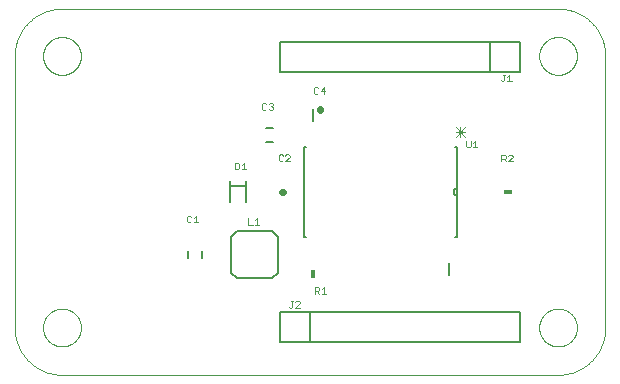
<source format=gto>
G75*
%MOIN*%
%OFA0B0*%
%FSLAX25Y25*%
%IPPOS*%
%LPD*%
%AMOC8*
5,1,8,0,0,1.08239X$1,22.5*
%
%ADD10C,0.00200*%
%ADD11C,0.00600*%
%ADD12C,0.00300*%
%ADD13C,0.02200*%
%ADD14C,0.00500*%
%ADD15C,0.00800*%
%ADD16R,0.01800X0.03000*%
%ADD17C,0.00000*%
%ADD18R,0.03000X0.01800*%
D10*
X0122662Y0056897D02*
X0123029Y0056530D01*
X0123396Y0056530D01*
X0123763Y0056897D01*
X0123763Y0058732D01*
X0123396Y0058732D02*
X0124130Y0058732D01*
X0124872Y0058365D02*
X0125239Y0058732D01*
X0125973Y0058732D01*
X0126340Y0058365D01*
X0126340Y0057998D01*
X0124872Y0056530D01*
X0126340Y0056530D01*
X0131386Y0061233D02*
X0131386Y0063434D01*
X0132487Y0063434D01*
X0132854Y0063067D01*
X0132854Y0062333D01*
X0132487Y0061966D01*
X0131386Y0061966D01*
X0132120Y0061966D02*
X0132854Y0061233D01*
X0133596Y0061233D02*
X0135064Y0061233D01*
X0134330Y0061233D02*
X0134330Y0063434D01*
X0133596Y0062700D01*
X0112914Y0084256D02*
X0111446Y0084256D01*
X0112180Y0084256D02*
X0112180Y0086458D01*
X0111446Y0085724D01*
X0110704Y0084256D02*
X0109237Y0084256D01*
X0109237Y0086458D01*
X0092414Y0085006D02*
X0090946Y0085006D01*
X0091680Y0085006D02*
X0091680Y0087208D01*
X0090946Y0086474D01*
X0090204Y0086841D02*
X0089838Y0087208D01*
X0089104Y0087208D01*
X0088737Y0086841D01*
X0088737Y0085373D01*
X0089104Y0085006D01*
X0089838Y0085006D01*
X0090204Y0085373D01*
X0104713Y0102607D02*
X0105814Y0102607D01*
X0106181Y0102974D01*
X0106181Y0104441D01*
X0105814Y0104808D01*
X0104713Y0104808D01*
X0104713Y0102607D01*
X0106923Y0102607D02*
X0108391Y0102607D01*
X0107657Y0102607D02*
X0107657Y0104808D01*
X0106923Y0104074D01*
X0119260Y0105773D02*
X0119627Y0105406D01*
X0120361Y0105406D01*
X0120728Y0105773D01*
X0121470Y0105406D02*
X0122938Y0106874D01*
X0122938Y0107241D01*
X0122571Y0107608D01*
X0121837Y0107608D01*
X0121470Y0107241D01*
X0120728Y0107241D02*
X0120361Y0107608D01*
X0119627Y0107608D01*
X0119260Y0107241D01*
X0119260Y0105773D01*
X0121470Y0105406D02*
X0122938Y0105406D01*
X0117047Y0122506D02*
X0116313Y0122506D01*
X0115946Y0122873D01*
X0115204Y0122873D02*
X0114838Y0122506D01*
X0114104Y0122506D01*
X0113737Y0122873D01*
X0113737Y0124341D01*
X0114104Y0124708D01*
X0114838Y0124708D01*
X0115204Y0124341D01*
X0115946Y0124341D02*
X0116313Y0124708D01*
X0117047Y0124708D01*
X0117414Y0124341D01*
X0117414Y0123974D01*
X0117047Y0123607D01*
X0117414Y0123240D01*
X0117414Y0122873D01*
X0117047Y0122506D01*
X0117047Y0123607D02*
X0116680Y0123607D01*
X0131087Y0128147D02*
X0131454Y0127780D01*
X0132188Y0127780D01*
X0132555Y0128147D01*
X0133297Y0128881D02*
X0134765Y0128881D01*
X0134398Y0129982D02*
X0133297Y0128881D01*
X0132555Y0129615D02*
X0132188Y0129982D01*
X0131454Y0129982D01*
X0131087Y0129615D01*
X0131087Y0128147D01*
X0134398Y0127780D02*
X0134398Y0129982D01*
X0181831Y0112190D02*
X0181831Y0110355D01*
X0182198Y0109988D01*
X0182932Y0109988D01*
X0183299Y0110355D01*
X0183299Y0112190D01*
X0184041Y0111456D02*
X0184775Y0112190D01*
X0184775Y0109988D01*
X0184041Y0109988D02*
X0185509Y0109988D01*
X0193587Y0107482D02*
X0193587Y0105280D01*
X0193587Y0106014D02*
X0194688Y0106014D01*
X0195055Y0106381D01*
X0195055Y0107115D01*
X0194688Y0107482D01*
X0193587Y0107482D01*
X0194321Y0106014D02*
X0195055Y0105280D01*
X0195797Y0105280D02*
X0197265Y0106748D01*
X0197265Y0107115D01*
X0196898Y0107482D01*
X0196164Y0107482D01*
X0195797Y0107115D01*
X0195797Y0105280D02*
X0197265Y0105280D01*
X0196989Y0131983D02*
X0195521Y0131983D01*
X0196255Y0131983D02*
X0196255Y0134184D01*
X0195521Y0133450D01*
X0194779Y0134184D02*
X0194045Y0134184D01*
X0194412Y0134184D02*
X0194412Y0132350D01*
X0194045Y0131983D01*
X0193678Y0131983D01*
X0193311Y0132350D01*
D11*
X0189772Y0135180D02*
X0189772Y0145180D01*
X0199772Y0145180D01*
X0199772Y0135180D01*
X0189772Y0135180D01*
X0119772Y0135180D01*
X0119772Y0145180D01*
X0189772Y0145180D01*
X0178797Y0110180D02*
X0178097Y0110180D01*
X0178797Y0110180D02*
X0178797Y0096380D01*
X0178797Y0093980D01*
X0178797Y0080180D01*
X0178097Y0080180D01*
X0176197Y0071580D02*
X0176197Y0067580D01*
X0199772Y0055180D02*
X0199772Y0045180D01*
X0129772Y0045180D01*
X0129772Y0055180D01*
X0199772Y0055180D01*
X0178797Y0093980D02*
X0178728Y0093982D01*
X0178660Y0093988D01*
X0178592Y0093998D01*
X0178525Y0094011D01*
X0178459Y0094029D01*
X0178394Y0094050D01*
X0178330Y0094075D01*
X0178268Y0094103D01*
X0178207Y0094135D01*
X0178148Y0094170D01*
X0178092Y0094209D01*
X0178037Y0094251D01*
X0177986Y0094296D01*
X0177936Y0094344D01*
X0177890Y0094394D01*
X0177847Y0094447D01*
X0177806Y0094503D01*
X0177769Y0094560D01*
X0177736Y0094620D01*
X0177705Y0094682D01*
X0177679Y0094745D01*
X0177656Y0094809D01*
X0177636Y0094875D01*
X0177621Y0094942D01*
X0177609Y0095009D01*
X0177601Y0095077D01*
X0177597Y0095146D01*
X0177597Y0095214D01*
X0177601Y0095283D01*
X0177609Y0095351D01*
X0177621Y0095418D01*
X0177636Y0095485D01*
X0177656Y0095551D01*
X0177679Y0095615D01*
X0177705Y0095678D01*
X0177736Y0095740D01*
X0177769Y0095800D01*
X0177806Y0095857D01*
X0177847Y0095913D01*
X0177890Y0095966D01*
X0177936Y0096016D01*
X0177986Y0096064D01*
X0178037Y0096109D01*
X0178092Y0096151D01*
X0178148Y0096190D01*
X0178207Y0096225D01*
X0178268Y0096257D01*
X0178330Y0096285D01*
X0178394Y0096310D01*
X0178459Y0096331D01*
X0178525Y0096349D01*
X0178592Y0096362D01*
X0178660Y0096372D01*
X0178728Y0096378D01*
X0178797Y0096380D01*
X0130897Y0118780D02*
X0130897Y0122780D01*
X0117528Y0116518D02*
X0115165Y0116518D01*
X0115165Y0111794D02*
X0117528Y0111794D01*
X0127597Y0110180D02*
X0127597Y0080180D01*
X0128297Y0080180D01*
X0093709Y0075337D02*
X0093709Y0072975D01*
X0088984Y0072975D02*
X0088984Y0075337D01*
X0119772Y0055180D02*
X0119772Y0045180D01*
X0129772Y0045180D01*
X0129772Y0055180D02*
X0119772Y0055180D01*
X0127597Y0110180D02*
X0128297Y0110180D01*
D12*
X0178331Y0113594D02*
X0181467Y0116730D01*
X0179899Y0116730D02*
X0179899Y0113594D01*
X0181467Y0113594D02*
X0178331Y0116730D01*
X0178331Y0115162D02*
X0181467Y0115162D01*
D13*
X0133197Y0122560D02*
X0133197Y0122800D01*
X0120817Y0095180D02*
X0120577Y0095180D01*
D14*
X0117252Y0082030D02*
X0105441Y0082030D01*
X0103472Y0080062D01*
X0103472Y0068251D01*
X0105441Y0066282D01*
X0117252Y0066282D01*
X0119220Y0068251D01*
X0119220Y0080062D01*
X0117252Y0082030D01*
D15*
X0108256Y0091636D02*
X0108256Y0097148D01*
X0103138Y0097148D01*
X0103138Y0091636D01*
X0103138Y0097148D02*
X0103138Y0098723D01*
X0108256Y0098723D02*
X0108256Y0097148D01*
D16*
X0130697Y0067680D03*
D17*
X0212449Y0034156D02*
X0047094Y0034156D01*
X0040795Y0049904D02*
X0040797Y0050062D01*
X0040803Y0050220D01*
X0040813Y0050378D01*
X0040827Y0050536D01*
X0040845Y0050693D01*
X0040866Y0050850D01*
X0040892Y0051006D01*
X0040922Y0051162D01*
X0040955Y0051317D01*
X0040993Y0051470D01*
X0041034Y0051623D01*
X0041079Y0051775D01*
X0041128Y0051926D01*
X0041181Y0052075D01*
X0041237Y0052223D01*
X0041297Y0052369D01*
X0041361Y0052514D01*
X0041429Y0052657D01*
X0041500Y0052799D01*
X0041574Y0052939D01*
X0041652Y0053076D01*
X0041734Y0053212D01*
X0041818Y0053346D01*
X0041907Y0053477D01*
X0041998Y0053606D01*
X0042093Y0053733D01*
X0042190Y0053858D01*
X0042291Y0053980D01*
X0042395Y0054099D01*
X0042502Y0054216D01*
X0042612Y0054330D01*
X0042725Y0054441D01*
X0042840Y0054550D01*
X0042958Y0054655D01*
X0043079Y0054757D01*
X0043202Y0054857D01*
X0043328Y0054953D01*
X0043456Y0055046D01*
X0043586Y0055136D01*
X0043719Y0055222D01*
X0043854Y0055306D01*
X0043990Y0055385D01*
X0044129Y0055462D01*
X0044270Y0055534D01*
X0044412Y0055604D01*
X0044556Y0055669D01*
X0044702Y0055731D01*
X0044849Y0055789D01*
X0044998Y0055844D01*
X0045148Y0055895D01*
X0045299Y0055942D01*
X0045451Y0055985D01*
X0045604Y0056024D01*
X0045759Y0056060D01*
X0045914Y0056091D01*
X0046070Y0056119D01*
X0046226Y0056143D01*
X0046383Y0056163D01*
X0046541Y0056179D01*
X0046698Y0056191D01*
X0046857Y0056199D01*
X0047015Y0056203D01*
X0047173Y0056203D01*
X0047331Y0056199D01*
X0047490Y0056191D01*
X0047647Y0056179D01*
X0047805Y0056163D01*
X0047962Y0056143D01*
X0048118Y0056119D01*
X0048274Y0056091D01*
X0048429Y0056060D01*
X0048584Y0056024D01*
X0048737Y0055985D01*
X0048889Y0055942D01*
X0049040Y0055895D01*
X0049190Y0055844D01*
X0049339Y0055789D01*
X0049486Y0055731D01*
X0049632Y0055669D01*
X0049776Y0055604D01*
X0049918Y0055534D01*
X0050059Y0055462D01*
X0050198Y0055385D01*
X0050334Y0055306D01*
X0050469Y0055222D01*
X0050602Y0055136D01*
X0050732Y0055046D01*
X0050860Y0054953D01*
X0050986Y0054857D01*
X0051109Y0054757D01*
X0051230Y0054655D01*
X0051348Y0054550D01*
X0051463Y0054441D01*
X0051576Y0054330D01*
X0051686Y0054216D01*
X0051793Y0054099D01*
X0051897Y0053980D01*
X0051998Y0053858D01*
X0052095Y0053733D01*
X0052190Y0053606D01*
X0052281Y0053477D01*
X0052370Y0053346D01*
X0052454Y0053212D01*
X0052536Y0053076D01*
X0052614Y0052939D01*
X0052688Y0052799D01*
X0052759Y0052657D01*
X0052827Y0052514D01*
X0052891Y0052369D01*
X0052951Y0052223D01*
X0053007Y0052075D01*
X0053060Y0051926D01*
X0053109Y0051775D01*
X0053154Y0051623D01*
X0053195Y0051470D01*
X0053233Y0051317D01*
X0053266Y0051162D01*
X0053296Y0051006D01*
X0053322Y0050850D01*
X0053343Y0050693D01*
X0053361Y0050536D01*
X0053375Y0050378D01*
X0053385Y0050220D01*
X0053391Y0050062D01*
X0053393Y0049904D01*
X0053391Y0049746D01*
X0053385Y0049588D01*
X0053375Y0049430D01*
X0053361Y0049272D01*
X0053343Y0049115D01*
X0053322Y0048958D01*
X0053296Y0048802D01*
X0053266Y0048646D01*
X0053233Y0048491D01*
X0053195Y0048338D01*
X0053154Y0048185D01*
X0053109Y0048033D01*
X0053060Y0047882D01*
X0053007Y0047733D01*
X0052951Y0047585D01*
X0052891Y0047439D01*
X0052827Y0047294D01*
X0052759Y0047151D01*
X0052688Y0047009D01*
X0052614Y0046869D01*
X0052536Y0046732D01*
X0052454Y0046596D01*
X0052370Y0046462D01*
X0052281Y0046331D01*
X0052190Y0046202D01*
X0052095Y0046075D01*
X0051998Y0045950D01*
X0051897Y0045828D01*
X0051793Y0045709D01*
X0051686Y0045592D01*
X0051576Y0045478D01*
X0051463Y0045367D01*
X0051348Y0045258D01*
X0051230Y0045153D01*
X0051109Y0045051D01*
X0050986Y0044951D01*
X0050860Y0044855D01*
X0050732Y0044762D01*
X0050602Y0044672D01*
X0050469Y0044586D01*
X0050334Y0044502D01*
X0050198Y0044423D01*
X0050059Y0044346D01*
X0049918Y0044274D01*
X0049776Y0044204D01*
X0049632Y0044139D01*
X0049486Y0044077D01*
X0049339Y0044019D01*
X0049190Y0043964D01*
X0049040Y0043913D01*
X0048889Y0043866D01*
X0048737Y0043823D01*
X0048584Y0043784D01*
X0048429Y0043748D01*
X0048274Y0043717D01*
X0048118Y0043689D01*
X0047962Y0043665D01*
X0047805Y0043645D01*
X0047647Y0043629D01*
X0047490Y0043617D01*
X0047331Y0043609D01*
X0047173Y0043605D01*
X0047015Y0043605D01*
X0046857Y0043609D01*
X0046698Y0043617D01*
X0046541Y0043629D01*
X0046383Y0043645D01*
X0046226Y0043665D01*
X0046070Y0043689D01*
X0045914Y0043717D01*
X0045759Y0043748D01*
X0045604Y0043784D01*
X0045451Y0043823D01*
X0045299Y0043866D01*
X0045148Y0043913D01*
X0044998Y0043964D01*
X0044849Y0044019D01*
X0044702Y0044077D01*
X0044556Y0044139D01*
X0044412Y0044204D01*
X0044270Y0044274D01*
X0044129Y0044346D01*
X0043990Y0044423D01*
X0043854Y0044502D01*
X0043719Y0044586D01*
X0043586Y0044672D01*
X0043456Y0044762D01*
X0043328Y0044855D01*
X0043202Y0044951D01*
X0043079Y0045051D01*
X0042958Y0045153D01*
X0042840Y0045258D01*
X0042725Y0045367D01*
X0042612Y0045478D01*
X0042502Y0045592D01*
X0042395Y0045709D01*
X0042291Y0045828D01*
X0042190Y0045950D01*
X0042093Y0046075D01*
X0041998Y0046202D01*
X0041907Y0046331D01*
X0041818Y0046462D01*
X0041734Y0046596D01*
X0041652Y0046732D01*
X0041574Y0046869D01*
X0041500Y0047009D01*
X0041429Y0047151D01*
X0041361Y0047294D01*
X0041297Y0047439D01*
X0041237Y0047585D01*
X0041181Y0047733D01*
X0041128Y0047882D01*
X0041079Y0048033D01*
X0041034Y0048185D01*
X0040993Y0048338D01*
X0040955Y0048491D01*
X0040922Y0048646D01*
X0040892Y0048802D01*
X0040866Y0048958D01*
X0040845Y0049115D01*
X0040827Y0049272D01*
X0040813Y0049430D01*
X0040803Y0049588D01*
X0040797Y0049746D01*
X0040795Y0049904D01*
X0031346Y0049904D02*
X0031351Y0049523D01*
X0031364Y0049143D01*
X0031387Y0048763D01*
X0031420Y0048384D01*
X0031461Y0048006D01*
X0031511Y0047629D01*
X0031571Y0047253D01*
X0031639Y0046878D01*
X0031717Y0046506D01*
X0031804Y0046135D01*
X0031899Y0045767D01*
X0032004Y0045401D01*
X0032117Y0045038D01*
X0032239Y0044677D01*
X0032369Y0044320D01*
X0032509Y0043966D01*
X0032656Y0043615D01*
X0032813Y0043268D01*
X0032977Y0042925D01*
X0033150Y0042586D01*
X0033331Y0042251D01*
X0033520Y0041920D01*
X0033717Y0041595D01*
X0033921Y0041274D01*
X0034134Y0040958D01*
X0034354Y0040648D01*
X0034581Y0040342D01*
X0034816Y0040043D01*
X0035058Y0039749D01*
X0035306Y0039461D01*
X0035562Y0039179D01*
X0035825Y0038904D01*
X0036094Y0038635D01*
X0036369Y0038372D01*
X0036651Y0038116D01*
X0036939Y0037868D01*
X0037233Y0037626D01*
X0037532Y0037391D01*
X0037838Y0037164D01*
X0038148Y0036944D01*
X0038464Y0036731D01*
X0038785Y0036527D01*
X0039110Y0036330D01*
X0039441Y0036141D01*
X0039776Y0035960D01*
X0040115Y0035787D01*
X0040458Y0035623D01*
X0040805Y0035466D01*
X0041156Y0035319D01*
X0041510Y0035179D01*
X0041867Y0035049D01*
X0042228Y0034927D01*
X0042591Y0034814D01*
X0042957Y0034709D01*
X0043325Y0034614D01*
X0043696Y0034527D01*
X0044068Y0034449D01*
X0044443Y0034381D01*
X0044819Y0034321D01*
X0045196Y0034271D01*
X0045574Y0034230D01*
X0045953Y0034197D01*
X0046333Y0034174D01*
X0046713Y0034161D01*
X0047094Y0034156D01*
X0031346Y0049904D02*
X0031346Y0140455D01*
X0040795Y0140455D02*
X0040797Y0140613D01*
X0040803Y0140771D01*
X0040813Y0140929D01*
X0040827Y0141087D01*
X0040845Y0141244D01*
X0040866Y0141401D01*
X0040892Y0141557D01*
X0040922Y0141713D01*
X0040955Y0141868D01*
X0040993Y0142021D01*
X0041034Y0142174D01*
X0041079Y0142326D01*
X0041128Y0142477D01*
X0041181Y0142626D01*
X0041237Y0142774D01*
X0041297Y0142920D01*
X0041361Y0143065D01*
X0041429Y0143208D01*
X0041500Y0143350D01*
X0041574Y0143490D01*
X0041652Y0143627D01*
X0041734Y0143763D01*
X0041818Y0143897D01*
X0041907Y0144028D01*
X0041998Y0144157D01*
X0042093Y0144284D01*
X0042190Y0144409D01*
X0042291Y0144531D01*
X0042395Y0144650D01*
X0042502Y0144767D01*
X0042612Y0144881D01*
X0042725Y0144992D01*
X0042840Y0145101D01*
X0042958Y0145206D01*
X0043079Y0145308D01*
X0043202Y0145408D01*
X0043328Y0145504D01*
X0043456Y0145597D01*
X0043586Y0145687D01*
X0043719Y0145773D01*
X0043854Y0145857D01*
X0043990Y0145936D01*
X0044129Y0146013D01*
X0044270Y0146085D01*
X0044412Y0146155D01*
X0044556Y0146220D01*
X0044702Y0146282D01*
X0044849Y0146340D01*
X0044998Y0146395D01*
X0045148Y0146446D01*
X0045299Y0146493D01*
X0045451Y0146536D01*
X0045604Y0146575D01*
X0045759Y0146611D01*
X0045914Y0146642D01*
X0046070Y0146670D01*
X0046226Y0146694D01*
X0046383Y0146714D01*
X0046541Y0146730D01*
X0046698Y0146742D01*
X0046857Y0146750D01*
X0047015Y0146754D01*
X0047173Y0146754D01*
X0047331Y0146750D01*
X0047490Y0146742D01*
X0047647Y0146730D01*
X0047805Y0146714D01*
X0047962Y0146694D01*
X0048118Y0146670D01*
X0048274Y0146642D01*
X0048429Y0146611D01*
X0048584Y0146575D01*
X0048737Y0146536D01*
X0048889Y0146493D01*
X0049040Y0146446D01*
X0049190Y0146395D01*
X0049339Y0146340D01*
X0049486Y0146282D01*
X0049632Y0146220D01*
X0049776Y0146155D01*
X0049918Y0146085D01*
X0050059Y0146013D01*
X0050198Y0145936D01*
X0050334Y0145857D01*
X0050469Y0145773D01*
X0050602Y0145687D01*
X0050732Y0145597D01*
X0050860Y0145504D01*
X0050986Y0145408D01*
X0051109Y0145308D01*
X0051230Y0145206D01*
X0051348Y0145101D01*
X0051463Y0144992D01*
X0051576Y0144881D01*
X0051686Y0144767D01*
X0051793Y0144650D01*
X0051897Y0144531D01*
X0051998Y0144409D01*
X0052095Y0144284D01*
X0052190Y0144157D01*
X0052281Y0144028D01*
X0052370Y0143897D01*
X0052454Y0143763D01*
X0052536Y0143627D01*
X0052614Y0143490D01*
X0052688Y0143350D01*
X0052759Y0143208D01*
X0052827Y0143065D01*
X0052891Y0142920D01*
X0052951Y0142774D01*
X0053007Y0142626D01*
X0053060Y0142477D01*
X0053109Y0142326D01*
X0053154Y0142174D01*
X0053195Y0142021D01*
X0053233Y0141868D01*
X0053266Y0141713D01*
X0053296Y0141557D01*
X0053322Y0141401D01*
X0053343Y0141244D01*
X0053361Y0141087D01*
X0053375Y0140929D01*
X0053385Y0140771D01*
X0053391Y0140613D01*
X0053393Y0140455D01*
X0053391Y0140297D01*
X0053385Y0140139D01*
X0053375Y0139981D01*
X0053361Y0139823D01*
X0053343Y0139666D01*
X0053322Y0139509D01*
X0053296Y0139353D01*
X0053266Y0139197D01*
X0053233Y0139042D01*
X0053195Y0138889D01*
X0053154Y0138736D01*
X0053109Y0138584D01*
X0053060Y0138433D01*
X0053007Y0138284D01*
X0052951Y0138136D01*
X0052891Y0137990D01*
X0052827Y0137845D01*
X0052759Y0137702D01*
X0052688Y0137560D01*
X0052614Y0137420D01*
X0052536Y0137283D01*
X0052454Y0137147D01*
X0052370Y0137013D01*
X0052281Y0136882D01*
X0052190Y0136753D01*
X0052095Y0136626D01*
X0051998Y0136501D01*
X0051897Y0136379D01*
X0051793Y0136260D01*
X0051686Y0136143D01*
X0051576Y0136029D01*
X0051463Y0135918D01*
X0051348Y0135809D01*
X0051230Y0135704D01*
X0051109Y0135602D01*
X0050986Y0135502D01*
X0050860Y0135406D01*
X0050732Y0135313D01*
X0050602Y0135223D01*
X0050469Y0135137D01*
X0050334Y0135053D01*
X0050198Y0134974D01*
X0050059Y0134897D01*
X0049918Y0134825D01*
X0049776Y0134755D01*
X0049632Y0134690D01*
X0049486Y0134628D01*
X0049339Y0134570D01*
X0049190Y0134515D01*
X0049040Y0134464D01*
X0048889Y0134417D01*
X0048737Y0134374D01*
X0048584Y0134335D01*
X0048429Y0134299D01*
X0048274Y0134268D01*
X0048118Y0134240D01*
X0047962Y0134216D01*
X0047805Y0134196D01*
X0047647Y0134180D01*
X0047490Y0134168D01*
X0047331Y0134160D01*
X0047173Y0134156D01*
X0047015Y0134156D01*
X0046857Y0134160D01*
X0046698Y0134168D01*
X0046541Y0134180D01*
X0046383Y0134196D01*
X0046226Y0134216D01*
X0046070Y0134240D01*
X0045914Y0134268D01*
X0045759Y0134299D01*
X0045604Y0134335D01*
X0045451Y0134374D01*
X0045299Y0134417D01*
X0045148Y0134464D01*
X0044998Y0134515D01*
X0044849Y0134570D01*
X0044702Y0134628D01*
X0044556Y0134690D01*
X0044412Y0134755D01*
X0044270Y0134825D01*
X0044129Y0134897D01*
X0043990Y0134974D01*
X0043854Y0135053D01*
X0043719Y0135137D01*
X0043586Y0135223D01*
X0043456Y0135313D01*
X0043328Y0135406D01*
X0043202Y0135502D01*
X0043079Y0135602D01*
X0042958Y0135704D01*
X0042840Y0135809D01*
X0042725Y0135918D01*
X0042612Y0136029D01*
X0042502Y0136143D01*
X0042395Y0136260D01*
X0042291Y0136379D01*
X0042190Y0136501D01*
X0042093Y0136626D01*
X0041998Y0136753D01*
X0041907Y0136882D01*
X0041818Y0137013D01*
X0041734Y0137147D01*
X0041652Y0137283D01*
X0041574Y0137420D01*
X0041500Y0137560D01*
X0041429Y0137702D01*
X0041361Y0137845D01*
X0041297Y0137990D01*
X0041237Y0138136D01*
X0041181Y0138284D01*
X0041128Y0138433D01*
X0041079Y0138584D01*
X0041034Y0138736D01*
X0040993Y0138889D01*
X0040955Y0139042D01*
X0040922Y0139197D01*
X0040892Y0139353D01*
X0040866Y0139509D01*
X0040845Y0139666D01*
X0040827Y0139823D01*
X0040813Y0139981D01*
X0040803Y0140139D01*
X0040797Y0140297D01*
X0040795Y0140455D01*
X0031346Y0140455D02*
X0031351Y0140836D01*
X0031364Y0141216D01*
X0031387Y0141596D01*
X0031420Y0141975D01*
X0031461Y0142353D01*
X0031511Y0142730D01*
X0031571Y0143106D01*
X0031639Y0143481D01*
X0031717Y0143853D01*
X0031804Y0144224D01*
X0031899Y0144592D01*
X0032004Y0144958D01*
X0032117Y0145321D01*
X0032239Y0145682D01*
X0032369Y0146039D01*
X0032509Y0146393D01*
X0032656Y0146744D01*
X0032813Y0147091D01*
X0032977Y0147434D01*
X0033150Y0147773D01*
X0033331Y0148108D01*
X0033520Y0148439D01*
X0033717Y0148764D01*
X0033921Y0149085D01*
X0034134Y0149401D01*
X0034354Y0149711D01*
X0034581Y0150017D01*
X0034816Y0150316D01*
X0035058Y0150610D01*
X0035306Y0150898D01*
X0035562Y0151180D01*
X0035825Y0151455D01*
X0036094Y0151724D01*
X0036369Y0151987D01*
X0036651Y0152243D01*
X0036939Y0152491D01*
X0037233Y0152733D01*
X0037532Y0152968D01*
X0037838Y0153195D01*
X0038148Y0153415D01*
X0038464Y0153628D01*
X0038785Y0153832D01*
X0039110Y0154029D01*
X0039441Y0154218D01*
X0039776Y0154399D01*
X0040115Y0154572D01*
X0040458Y0154736D01*
X0040805Y0154893D01*
X0041156Y0155040D01*
X0041510Y0155180D01*
X0041867Y0155310D01*
X0042228Y0155432D01*
X0042591Y0155545D01*
X0042957Y0155650D01*
X0043325Y0155745D01*
X0043696Y0155832D01*
X0044068Y0155910D01*
X0044443Y0155978D01*
X0044819Y0156038D01*
X0045196Y0156088D01*
X0045574Y0156129D01*
X0045953Y0156162D01*
X0046333Y0156185D01*
X0046713Y0156198D01*
X0047094Y0156203D01*
X0212449Y0156203D01*
X0206150Y0140455D02*
X0206152Y0140613D01*
X0206158Y0140771D01*
X0206168Y0140929D01*
X0206182Y0141087D01*
X0206200Y0141244D01*
X0206221Y0141401D01*
X0206247Y0141557D01*
X0206277Y0141713D01*
X0206310Y0141868D01*
X0206348Y0142021D01*
X0206389Y0142174D01*
X0206434Y0142326D01*
X0206483Y0142477D01*
X0206536Y0142626D01*
X0206592Y0142774D01*
X0206652Y0142920D01*
X0206716Y0143065D01*
X0206784Y0143208D01*
X0206855Y0143350D01*
X0206929Y0143490D01*
X0207007Y0143627D01*
X0207089Y0143763D01*
X0207173Y0143897D01*
X0207262Y0144028D01*
X0207353Y0144157D01*
X0207448Y0144284D01*
X0207545Y0144409D01*
X0207646Y0144531D01*
X0207750Y0144650D01*
X0207857Y0144767D01*
X0207967Y0144881D01*
X0208080Y0144992D01*
X0208195Y0145101D01*
X0208313Y0145206D01*
X0208434Y0145308D01*
X0208557Y0145408D01*
X0208683Y0145504D01*
X0208811Y0145597D01*
X0208941Y0145687D01*
X0209074Y0145773D01*
X0209209Y0145857D01*
X0209345Y0145936D01*
X0209484Y0146013D01*
X0209625Y0146085D01*
X0209767Y0146155D01*
X0209911Y0146220D01*
X0210057Y0146282D01*
X0210204Y0146340D01*
X0210353Y0146395D01*
X0210503Y0146446D01*
X0210654Y0146493D01*
X0210806Y0146536D01*
X0210959Y0146575D01*
X0211114Y0146611D01*
X0211269Y0146642D01*
X0211425Y0146670D01*
X0211581Y0146694D01*
X0211738Y0146714D01*
X0211896Y0146730D01*
X0212053Y0146742D01*
X0212212Y0146750D01*
X0212370Y0146754D01*
X0212528Y0146754D01*
X0212686Y0146750D01*
X0212845Y0146742D01*
X0213002Y0146730D01*
X0213160Y0146714D01*
X0213317Y0146694D01*
X0213473Y0146670D01*
X0213629Y0146642D01*
X0213784Y0146611D01*
X0213939Y0146575D01*
X0214092Y0146536D01*
X0214244Y0146493D01*
X0214395Y0146446D01*
X0214545Y0146395D01*
X0214694Y0146340D01*
X0214841Y0146282D01*
X0214987Y0146220D01*
X0215131Y0146155D01*
X0215273Y0146085D01*
X0215414Y0146013D01*
X0215553Y0145936D01*
X0215689Y0145857D01*
X0215824Y0145773D01*
X0215957Y0145687D01*
X0216087Y0145597D01*
X0216215Y0145504D01*
X0216341Y0145408D01*
X0216464Y0145308D01*
X0216585Y0145206D01*
X0216703Y0145101D01*
X0216818Y0144992D01*
X0216931Y0144881D01*
X0217041Y0144767D01*
X0217148Y0144650D01*
X0217252Y0144531D01*
X0217353Y0144409D01*
X0217450Y0144284D01*
X0217545Y0144157D01*
X0217636Y0144028D01*
X0217725Y0143897D01*
X0217809Y0143763D01*
X0217891Y0143627D01*
X0217969Y0143490D01*
X0218043Y0143350D01*
X0218114Y0143208D01*
X0218182Y0143065D01*
X0218246Y0142920D01*
X0218306Y0142774D01*
X0218362Y0142626D01*
X0218415Y0142477D01*
X0218464Y0142326D01*
X0218509Y0142174D01*
X0218550Y0142021D01*
X0218588Y0141868D01*
X0218621Y0141713D01*
X0218651Y0141557D01*
X0218677Y0141401D01*
X0218698Y0141244D01*
X0218716Y0141087D01*
X0218730Y0140929D01*
X0218740Y0140771D01*
X0218746Y0140613D01*
X0218748Y0140455D01*
X0218746Y0140297D01*
X0218740Y0140139D01*
X0218730Y0139981D01*
X0218716Y0139823D01*
X0218698Y0139666D01*
X0218677Y0139509D01*
X0218651Y0139353D01*
X0218621Y0139197D01*
X0218588Y0139042D01*
X0218550Y0138889D01*
X0218509Y0138736D01*
X0218464Y0138584D01*
X0218415Y0138433D01*
X0218362Y0138284D01*
X0218306Y0138136D01*
X0218246Y0137990D01*
X0218182Y0137845D01*
X0218114Y0137702D01*
X0218043Y0137560D01*
X0217969Y0137420D01*
X0217891Y0137283D01*
X0217809Y0137147D01*
X0217725Y0137013D01*
X0217636Y0136882D01*
X0217545Y0136753D01*
X0217450Y0136626D01*
X0217353Y0136501D01*
X0217252Y0136379D01*
X0217148Y0136260D01*
X0217041Y0136143D01*
X0216931Y0136029D01*
X0216818Y0135918D01*
X0216703Y0135809D01*
X0216585Y0135704D01*
X0216464Y0135602D01*
X0216341Y0135502D01*
X0216215Y0135406D01*
X0216087Y0135313D01*
X0215957Y0135223D01*
X0215824Y0135137D01*
X0215689Y0135053D01*
X0215553Y0134974D01*
X0215414Y0134897D01*
X0215273Y0134825D01*
X0215131Y0134755D01*
X0214987Y0134690D01*
X0214841Y0134628D01*
X0214694Y0134570D01*
X0214545Y0134515D01*
X0214395Y0134464D01*
X0214244Y0134417D01*
X0214092Y0134374D01*
X0213939Y0134335D01*
X0213784Y0134299D01*
X0213629Y0134268D01*
X0213473Y0134240D01*
X0213317Y0134216D01*
X0213160Y0134196D01*
X0213002Y0134180D01*
X0212845Y0134168D01*
X0212686Y0134160D01*
X0212528Y0134156D01*
X0212370Y0134156D01*
X0212212Y0134160D01*
X0212053Y0134168D01*
X0211896Y0134180D01*
X0211738Y0134196D01*
X0211581Y0134216D01*
X0211425Y0134240D01*
X0211269Y0134268D01*
X0211114Y0134299D01*
X0210959Y0134335D01*
X0210806Y0134374D01*
X0210654Y0134417D01*
X0210503Y0134464D01*
X0210353Y0134515D01*
X0210204Y0134570D01*
X0210057Y0134628D01*
X0209911Y0134690D01*
X0209767Y0134755D01*
X0209625Y0134825D01*
X0209484Y0134897D01*
X0209345Y0134974D01*
X0209209Y0135053D01*
X0209074Y0135137D01*
X0208941Y0135223D01*
X0208811Y0135313D01*
X0208683Y0135406D01*
X0208557Y0135502D01*
X0208434Y0135602D01*
X0208313Y0135704D01*
X0208195Y0135809D01*
X0208080Y0135918D01*
X0207967Y0136029D01*
X0207857Y0136143D01*
X0207750Y0136260D01*
X0207646Y0136379D01*
X0207545Y0136501D01*
X0207448Y0136626D01*
X0207353Y0136753D01*
X0207262Y0136882D01*
X0207173Y0137013D01*
X0207089Y0137147D01*
X0207007Y0137283D01*
X0206929Y0137420D01*
X0206855Y0137560D01*
X0206784Y0137702D01*
X0206716Y0137845D01*
X0206652Y0137990D01*
X0206592Y0138136D01*
X0206536Y0138284D01*
X0206483Y0138433D01*
X0206434Y0138584D01*
X0206389Y0138736D01*
X0206348Y0138889D01*
X0206310Y0139042D01*
X0206277Y0139197D01*
X0206247Y0139353D01*
X0206221Y0139509D01*
X0206200Y0139666D01*
X0206182Y0139823D01*
X0206168Y0139981D01*
X0206158Y0140139D01*
X0206152Y0140297D01*
X0206150Y0140455D01*
X0212449Y0156203D02*
X0212830Y0156198D01*
X0213210Y0156185D01*
X0213590Y0156162D01*
X0213969Y0156129D01*
X0214347Y0156088D01*
X0214724Y0156038D01*
X0215100Y0155978D01*
X0215475Y0155910D01*
X0215847Y0155832D01*
X0216218Y0155745D01*
X0216586Y0155650D01*
X0216952Y0155545D01*
X0217315Y0155432D01*
X0217676Y0155310D01*
X0218033Y0155180D01*
X0218387Y0155040D01*
X0218738Y0154893D01*
X0219085Y0154736D01*
X0219428Y0154572D01*
X0219767Y0154399D01*
X0220102Y0154218D01*
X0220433Y0154029D01*
X0220758Y0153832D01*
X0221079Y0153628D01*
X0221395Y0153415D01*
X0221705Y0153195D01*
X0222011Y0152968D01*
X0222310Y0152733D01*
X0222604Y0152491D01*
X0222892Y0152243D01*
X0223174Y0151987D01*
X0223449Y0151724D01*
X0223718Y0151455D01*
X0223981Y0151180D01*
X0224237Y0150898D01*
X0224485Y0150610D01*
X0224727Y0150316D01*
X0224962Y0150017D01*
X0225189Y0149711D01*
X0225409Y0149401D01*
X0225622Y0149085D01*
X0225826Y0148764D01*
X0226023Y0148439D01*
X0226212Y0148108D01*
X0226393Y0147773D01*
X0226566Y0147434D01*
X0226730Y0147091D01*
X0226887Y0146744D01*
X0227034Y0146393D01*
X0227174Y0146039D01*
X0227304Y0145682D01*
X0227426Y0145321D01*
X0227539Y0144958D01*
X0227644Y0144592D01*
X0227739Y0144224D01*
X0227826Y0143853D01*
X0227904Y0143481D01*
X0227972Y0143106D01*
X0228032Y0142730D01*
X0228082Y0142353D01*
X0228123Y0141975D01*
X0228156Y0141596D01*
X0228179Y0141216D01*
X0228192Y0140836D01*
X0228197Y0140455D01*
X0228197Y0049904D01*
X0206150Y0049904D02*
X0206152Y0050062D01*
X0206158Y0050220D01*
X0206168Y0050378D01*
X0206182Y0050536D01*
X0206200Y0050693D01*
X0206221Y0050850D01*
X0206247Y0051006D01*
X0206277Y0051162D01*
X0206310Y0051317D01*
X0206348Y0051470D01*
X0206389Y0051623D01*
X0206434Y0051775D01*
X0206483Y0051926D01*
X0206536Y0052075D01*
X0206592Y0052223D01*
X0206652Y0052369D01*
X0206716Y0052514D01*
X0206784Y0052657D01*
X0206855Y0052799D01*
X0206929Y0052939D01*
X0207007Y0053076D01*
X0207089Y0053212D01*
X0207173Y0053346D01*
X0207262Y0053477D01*
X0207353Y0053606D01*
X0207448Y0053733D01*
X0207545Y0053858D01*
X0207646Y0053980D01*
X0207750Y0054099D01*
X0207857Y0054216D01*
X0207967Y0054330D01*
X0208080Y0054441D01*
X0208195Y0054550D01*
X0208313Y0054655D01*
X0208434Y0054757D01*
X0208557Y0054857D01*
X0208683Y0054953D01*
X0208811Y0055046D01*
X0208941Y0055136D01*
X0209074Y0055222D01*
X0209209Y0055306D01*
X0209345Y0055385D01*
X0209484Y0055462D01*
X0209625Y0055534D01*
X0209767Y0055604D01*
X0209911Y0055669D01*
X0210057Y0055731D01*
X0210204Y0055789D01*
X0210353Y0055844D01*
X0210503Y0055895D01*
X0210654Y0055942D01*
X0210806Y0055985D01*
X0210959Y0056024D01*
X0211114Y0056060D01*
X0211269Y0056091D01*
X0211425Y0056119D01*
X0211581Y0056143D01*
X0211738Y0056163D01*
X0211896Y0056179D01*
X0212053Y0056191D01*
X0212212Y0056199D01*
X0212370Y0056203D01*
X0212528Y0056203D01*
X0212686Y0056199D01*
X0212845Y0056191D01*
X0213002Y0056179D01*
X0213160Y0056163D01*
X0213317Y0056143D01*
X0213473Y0056119D01*
X0213629Y0056091D01*
X0213784Y0056060D01*
X0213939Y0056024D01*
X0214092Y0055985D01*
X0214244Y0055942D01*
X0214395Y0055895D01*
X0214545Y0055844D01*
X0214694Y0055789D01*
X0214841Y0055731D01*
X0214987Y0055669D01*
X0215131Y0055604D01*
X0215273Y0055534D01*
X0215414Y0055462D01*
X0215553Y0055385D01*
X0215689Y0055306D01*
X0215824Y0055222D01*
X0215957Y0055136D01*
X0216087Y0055046D01*
X0216215Y0054953D01*
X0216341Y0054857D01*
X0216464Y0054757D01*
X0216585Y0054655D01*
X0216703Y0054550D01*
X0216818Y0054441D01*
X0216931Y0054330D01*
X0217041Y0054216D01*
X0217148Y0054099D01*
X0217252Y0053980D01*
X0217353Y0053858D01*
X0217450Y0053733D01*
X0217545Y0053606D01*
X0217636Y0053477D01*
X0217725Y0053346D01*
X0217809Y0053212D01*
X0217891Y0053076D01*
X0217969Y0052939D01*
X0218043Y0052799D01*
X0218114Y0052657D01*
X0218182Y0052514D01*
X0218246Y0052369D01*
X0218306Y0052223D01*
X0218362Y0052075D01*
X0218415Y0051926D01*
X0218464Y0051775D01*
X0218509Y0051623D01*
X0218550Y0051470D01*
X0218588Y0051317D01*
X0218621Y0051162D01*
X0218651Y0051006D01*
X0218677Y0050850D01*
X0218698Y0050693D01*
X0218716Y0050536D01*
X0218730Y0050378D01*
X0218740Y0050220D01*
X0218746Y0050062D01*
X0218748Y0049904D01*
X0218746Y0049746D01*
X0218740Y0049588D01*
X0218730Y0049430D01*
X0218716Y0049272D01*
X0218698Y0049115D01*
X0218677Y0048958D01*
X0218651Y0048802D01*
X0218621Y0048646D01*
X0218588Y0048491D01*
X0218550Y0048338D01*
X0218509Y0048185D01*
X0218464Y0048033D01*
X0218415Y0047882D01*
X0218362Y0047733D01*
X0218306Y0047585D01*
X0218246Y0047439D01*
X0218182Y0047294D01*
X0218114Y0047151D01*
X0218043Y0047009D01*
X0217969Y0046869D01*
X0217891Y0046732D01*
X0217809Y0046596D01*
X0217725Y0046462D01*
X0217636Y0046331D01*
X0217545Y0046202D01*
X0217450Y0046075D01*
X0217353Y0045950D01*
X0217252Y0045828D01*
X0217148Y0045709D01*
X0217041Y0045592D01*
X0216931Y0045478D01*
X0216818Y0045367D01*
X0216703Y0045258D01*
X0216585Y0045153D01*
X0216464Y0045051D01*
X0216341Y0044951D01*
X0216215Y0044855D01*
X0216087Y0044762D01*
X0215957Y0044672D01*
X0215824Y0044586D01*
X0215689Y0044502D01*
X0215553Y0044423D01*
X0215414Y0044346D01*
X0215273Y0044274D01*
X0215131Y0044204D01*
X0214987Y0044139D01*
X0214841Y0044077D01*
X0214694Y0044019D01*
X0214545Y0043964D01*
X0214395Y0043913D01*
X0214244Y0043866D01*
X0214092Y0043823D01*
X0213939Y0043784D01*
X0213784Y0043748D01*
X0213629Y0043717D01*
X0213473Y0043689D01*
X0213317Y0043665D01*
X0213160Y0043645D01*
X0213002Y0043629D01*
X0212845Y0043617D01*
X0212686Y0043609D01*
X0212528Y0043605D01*
X0212370Y0043605D01*
X0212212Y0043609D01*
X0212053Y0043617D01*
X0211896Y0043629D01*
X0211738Y0043645D01*
X0211581Y0043665D01*
X0211425Y0043689D01*
X0211269Y0043717D01*
X0211114Y0043748D01*
X0210959Y0043784D01*
X0210806Y0043823D01*
X0210654Y0043866D01*
X0210503Y0043913D01*
X0210353Y0043964D01*
X0210204Y0044019D01*
X0210057Y0044077D01*
X0209911Y0044139D01*
X0209767Y0044204D01*
X0209625Y0044274D01*
X0209484Y0044346D01*
X0209345Y0044423D01*
X0209209Y0044502D01*
X0209074Y0044586D01*
X0208941Y0044672D01*
X0208811Y0044762D01*
X0208683Y0044855D01*
X0208557Y0044951D01*
X0208434Y0045051D01*
X0208313Y0045153D01*
X0208195Y0045258D01*
X0208080Y0045367D01*
X0207967Y0045478D01*
X0207857Y0045592D01*
X0207750Y0045709D01*
X0207646Y0045828D01*
X0207545Y0045950D01*
X0207448Y0046075D01*
X0207353Y0046202D01*
X0207262Y0046331D01*
X0207173Y0046462D01*
X0207089Y0046596D01*
X0207007Y0046732D01*
X0206929Y0046869D01*
X0206855Y0047009D01*
X0206784Y0047151D01*
X0206716Y0047294D01*
X0206652Y0047439D01*
X0206592Y0047585D01*
X0206536Y0047733D01*
X0206483Y0047882D01*
X0206434Y0048033D01*
X0206389Y0048185D01*
X0206348Y0048338D01*
X0206310Y0048491D01*
X0206277Y0048646D01*
X0206247Y0048802D01*
X0206221Y0048958D01*
X0206200Y0049115D01*
X0206182Y0049272D01*
X0206168Y0049430D01*
X0206158Y0049588D01*
X0206152Y0049746D01*
X0206150Y0049904D01*
X0212449Y0034156D02*
X0212830Y0034161D01*
X0213210Y0034174D01*
X0213590Y0034197D01*
X0213969Y0034230D01*
X0214347Y0034271D01*
X0214724Y0034321D01*
X0215100Y0034381D01*
X0215475Y0034449D01*
X0215847Y0034527D01*
X0216218Y0034614D01*
X0216586Y0034709D01*
X0216952Y0034814D01*
X0217315Y0034927D01*
X0217676Y0035049D01*
X0218033Y0035179D01*
X0218387Y0035319D01*
X0218738Y0035466D01*
X0219085Y0035623D01*
X0219428Y0035787D01*
X0219767Y0035960D01*
X0220102Y0036141D01*
X0220433Y0036330D01*
X0220758Y0036527D01*
X0221079Y0036731D01*
X0221395Y0036944D01*
X0221705Y0037164D01*
X0222011Y0037391D01*
X0222310Y0037626D01*
X0222604Y0037868D01*
X0222892Y0038116D01*
X0223174Y0038372D01*
X0223449Y0038635D01*
X0223718Y0038904D01*
X0223981Y0039179D01*
X0224237Y0039461D01*
X0224485Y0039749D01*
X0224727Y0040043D01*
X0224962Y0040342D01*
X0225189Y0040648D01*
X0225409Y0040958D01*
X0225622Y0041274D01*
X0225826Y0041595D01*
X0226023Y0041920D01*
X0226212Y0042251D01*
X0226393Y0042586D01*
X0226566Y0042925D01*
X0226730Y0043268D01*
X0226887Y0043615D01*
X0227034Y0043966D01*
X0227174Y0044320D01*
X0227304Y0044677D01*
X0227426Y0045038D01*
X0227539Y0045401D01*
X0227644Y0045767D01*
X0227739Y0046135D01*
X0227826Y0046506D01*
X0227904Y0046878D01*
X0227972Y0047253D01*
X0228032Y0047629D01*
X0228082Y0048006D01*
X0228123Y0048384D01*
X0228156Y0048763D01*
X0228179Y0049143D01*
X0228192Y0049523D01*
X0228197Y0049904D01*
D18*
X0195697Y0095180D03*
M02*

</source>
